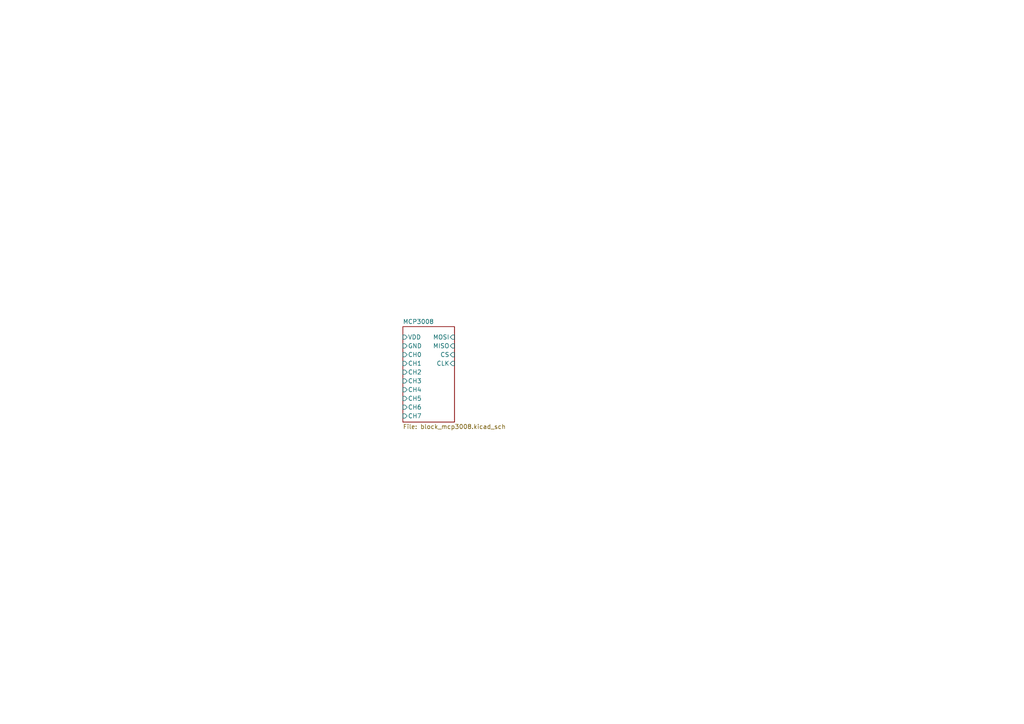
<source format=kicad_sch>
(kicad_sch
	(version 20250114)
	(generator "eeschema")
	(generator_version "9.0")
	(uuid "fdb3d511-8f2a-42ca-9296-49c06e9f8ed8")
	(paper "A4")
	(lib_symbols)
	(sheet
		(at 116.84 94.742)
		(size 14.986 27.686)
		(exclude_from_sim no)
		(in_bom yes)
		(on_board yes)
		(dnp no)
		(fields_autoplaced yes)
		(stroke
			(width 0.1524)
			(type solid)
		)
		(fill
			(color 0 0 0 0.0000)
		)
		(uuid "ade9a6c7-29c3-4d73-847b-fd8a2005538e")
		(property "Sheetname" "MCP3008"
			(at 116.84 94.0304 0)
			(effects
				(font
					(size 1.27 1.27)
				)
				(justify left bottom)
			)
		)
		(property "Sheetfile" "block_mcp3008.kicad_sch"
			(at 116.84 123.0126 0)
			(effects
				(font
					(size 1.27 1.27)
				)
				(justify left top)
			)
		)
		(pin "CH0" input
			(at 116.84 102.87 180)
			(uuid "2c4fb13b-eb0c-4bf6-88ec-acd3fecddc75")
			(effects
				(font
					(size 1.27 1.27)
				)
				(justify left)
			)
		)
		(pin "CH1" input
			(at 116.84 105.41 180)
			(uuid "edd611b0-f6c2-4b92-8391-7512930ba293")
			(effects
				(font
					(size 1.27 1.27)
				)
				(justify left)
			)
		)
		(pin "CH2" input
			(at 116.84 107.95 180)
			(uuid "44159bbe-aa0f-43a6-aee5-908e18065fdd")
			(effects
				(font
					(size 1.27 1.27)
				)
				(justify left)
			)
		)
		(pin "CH3" input
			(at 116.84 110.49 180)
			(uuid "3e04c5cc-4a9c-489d-b73e-05974dedb0d9")
			(effects
				(font
					(size 1.27 1.27)
				)
				(justify left)
			)
		)
		(pin "CH4" input
			(at 116.84 113.03 180)
			(uuid "986f4f73-1e74-44f0-b6a3-2b7931022d40")
			(effects
				(font
					(size 1.27 1.27)
				)
				(justify left)
			)
		)
		(pin "CH5" input
			(at 116.84 115.57 180)
			(uuid "564f755e-21b2-4498-9930-b9713bb1c629")
			(effects
				(font
					(size 1.27 1.27)
				)
				(justify left)
			)
		)
		(pin "CH6" input
			(at 116.84 118.11 180)
			(uuid "9c5c7cf5-bdbb-4a9a-88ff-eab7115cfa55")
			(effects
				(font
					(size 1.27 1.27)
				)
				(justify left)
			)
		)
		(pin "CH7" input
			(at 116.84 120.65 180)
			(uuid "699957f1-c791-4dba-951a-93efee6cdc58")
			(effects
				(font
					(size 1.27 1.27)
				)
				(justify left)
			)
		)
		(pin "CLK" input
			(at 131.826 105.41 0)
			(uuid "ad6fa07d-1cdd-4d9d-ae1a-12f8c4c2a3d0")
			(effects
				(font
					(size 1.27 1.27)
				)
				(justify right)
			)
		)
		(pin "CS" input
			(at 131.826 102.87 0)
			(uuid "5acacb3b-71d8-4742-ba04-a4623f598b1a")
			(effects
				(font
					(size 1.27 1.27)
				)
				(justify right)
			)
		)
		(pin "GND" input
			(at 116.84 100.33 180)
			(uuid "70c27134-521a-4a09-a983-06e84a256667")
			(effects
				(font
					(size 1.27 1.27)
				)
				(justify left)
			)
		)
		(pin "MISO" input
			(at 131.826 100.33 0)
			(uuid "9610cb10-6d45-4c29-9da8-f70f31d84a7c")
			(effects
				(font
					(size 1.27 1.27)
				)
				(justify right)
			)
		)
		(pin "MOSI" input
			(at 131.826 97.79 0)
			(uuid "102ccca9-8e6a-478c-a31b-7902a1ae7213")
			(effects
				(font
					(size 1.27 1.27)
				)
				(justify right)
			)
		)
		(pin "VDD" input
			(at 116.84 97.79 180)
			(uuid "f4a963a0-0d78-4282-960c-7130b3f362d7")
			(effects
				(font
					(size 1.27 1.27)
				)
				(justify left)
			)
		)
		(instances
			(project "mcp3008"
				(path "/fdb3d511-8f2a-42ca-9296-49c06e9f8ed8"
					(page "2")
				)
			)
		)
	)
	(sheet_instances
		(path "/"
			(page "1")
		)
	)
	(embedded_fonts no)
)

</source>
